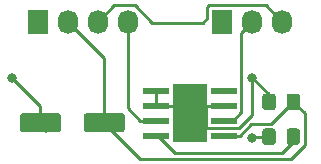
<source format=gbr>
%TF.GenerationSoftware,KiCad,Pcbnew,5.1.6*%
%TF.CreationDate,2020-06-25T18:24:33-05:00*%
%TF.ProjectId,fancontrol,66616e63-6f6e-4747-926f-6c2e6b696361,rev?*%
%TF.SameCoordinates,Original*%
%TF.FileFunction,Copper,L1,Top*%
%TF.FilePolarity,Positive*%
%FSLAX46Y46*%
G04 Gerber Fmt 4.6, Leading zero omitted, Abs format (unit mm)*
G04 Created by KiCad (PCBNEW 5.1.6) date 2020-06-25 18:24:33*
%MOMM*%
%LPD*%
G01*
G04 APERTURE LIST*
%TA.AperFunction,ComponentPad*%
%ADD10C,0.630000*%
%TD*%
%TA.AperFunction,Conductor*%
%ADD11R,2.950000X4.900000*%
%TD*%
%TA.AperFunction,SMDPad,CuDef*%
%ADD12R,2.200000X0.500000*%
%TD*%
%TA.AperFunction,ComponentPad*%
%ADD13O,1.730000X2.030000*%
%TD*%
%TA.AperFunction,ComponentPad*%
%ADD14R,1.730000X2.030000*%
%TD*%
%TA.AperFunction,ViaPad*%
%ADD15C,0.800000*%
%TD*%
%TA.AperFunction,Conductor*%
%ADD16C,0.250000*%
%TD*%
G04 APERTURE END LIST*
D10*
%TO.P,U1,9*%
%TO.N,GND*%
X156650000Y-98290000D03*
X155350000Y-98290000D03*
X156650000Y-95690000D03*
X156650000Y-96990000D03*
X155350000Y-96990000D03*
X155350000Y-95690000D03*
D11*
%TD*%
%TO.N,GND*%
%TO.C,U1*%
X156000000Y-96990000D03*
D12*
%TO.P,U1,8*%
%TO.N,/NC*%
X158875000Y-95085000D03*
%TO.P,U1,7*%
%TO.N,GND*%
X158875000Y-96355000D03*
%TO.P,U1,6*%
%TO.N,Net-(J2-Pad2)*%
X158875000Y-97625000D03*
%TO.P,U1,5*%
%TO.N,Net-(C1-Pad1)*%
X158875000Y-98895000D03*
%TO.P,U1,4*%
%TO.N,Net-(R1-Pad2)*%
X153125000Y-98895000D03*
%TO.P,U1,3*%
%TO.N,Net-(J1-Pad4)*%
X153125000Y-97625000D03*
%TO.P,U1,2*%
%TO.N,GND*%
X153125000Y-96355000D03*
%TO.P,U1,1*%
X153125000Y-95085000D03*
%TD*%
%TO.P,R1,2*%
%TO.N,Net-(R1-Pad2)*%
%TA.AperFunction,SMDPad,CuDef*%
G36*
G01*
X164180000Y-99430001D02*
X164180000Y-98529999D01*
G75*
G02*
X164429999Y-98280000I249999J0D01*
G01*
X165080001Y-98280000D01*
G75*
G02*
X165330000Y-98529999I0J-249999D01*
G01*
X165330000Y-99430001D01*
G75*
G02*
X165080001Y-99680000I-249999J0D01*
G01*
X164429999Y-99680000D01*
G75*
G02*
X164180000Y-99430001I0J249999D01*
G01*
G37*
%TD.AperFunction*%
%TO.P,R1,1*%
%TO.N,GND*%
%TA.AperFunction,SMDPad,CuDef*%
G36*
G01*
X162130000Y-99430001D02*
X162130000Y-98529999D01*
G75*
G02*
X162379999Y-98280000I249999J0D01*
G01*
X163030001Y-98280000D01*
G75*
G02*
X163280000Y-98529999I0J-249999D01*
G01*
X163280000Y-99430001D01*
G75*
G02*
X163030001Y-99680000I-249999J0D01*
G01*
X162379999Y-99680000D01*
G75*
G02*
X162130000Y-99430001I0J249999D01*
G01*
G37*
%TD.AperFunction*%
%TD*%
D13*
%TO.P,J2,3*%
%TO.N,Net-(J1-Pad3)*%
X163830000Y-89240000D03*
%TO.P,J2,2*%
%TO.N,Net-(J2-Pad2)*%
X161290000Y-89240000D03*
D14*
%TO.P,J2,1*%
%TO.N,GND*%
X158750000Y-89240000D03*
%TD*%
D13*
%TO.P,J1,4*%
%TO.N,Net-(J1-Pad4)*%
X150720000Y-89240000D03*
%TO.P,J1,3*%
%TO.N,Net-(J1-Pad3)*%
X148180000Y-89240000D03*
%TO.P,J1,2*%
%TO.N,Net-(C1-Pad1)*%
X145640000Y-89240000D03*
D14*
%TO.P,J1,1*%
%TO.N,GND*%
X143100000Y-89240000D03*
%TD*%
%TO.P,C2,2*%
%TO.N,Net-(C1-Pad1)*%
%TA.AperFunction,SMDPad,CuDef*%
G36*
G01*
X164180000Y-96480001D02*
X164180000Y-95579999D01*
G75*
G02*
X164429999Y-95330000I249999J0D01*
G01*
X165080001Y-95330000D01*
G75*
G02*
X165330000Y-95579999I0J-249999D01*
G01*
X165330000Y-96480001D01*
G75*
G02*
X165080001Y-96730000I-249999J0D01*
G01*
X164429999Y-96730000D01*
G75*
G02*
X164180000Y-96480001I0J249999D01*
G01*
G37*
%TD.AperFunction*%
%TO.P,C2,1*%
%TO.N,GND*%
%TA.AperFunction,SMDPad,CuDef*%
G36*
G01*
X162130000Y-96480001D02*
X162130000Y-95579999D01*
G75*
G02*
X162379999Y-95330000I249999J0D01*
G01*
X163030001Y-95330000D01*
G75*
G02*
X163280000Y-95579999I0J-249999D01*
G01*
X163280000Y-96480001D01*
G75*
G02*
X163030001Y-96730000I-249999J0D01*
G01*
X162379999Y-96730000D01*
G75*
G02*
X162130000Y-96480001I0J249999D01*
G01*
G37*
%TD.AperFunction*%
%TD*%
%TO.P,C1,2*%
%TO.N,GND*%
%TA.AperFunction,SMDPad,CuDef*%
G36*
G01*
X145100000Y-97240000D02*
X145100000Y-98340000D01*
G75*
G02*
X144850000Y-98590000I-250000J0D01*
G01*
X141850000Y-98590000D01*
G75*
G02*
X141600000Y-98340000I0J250000D01*
G01*
X141600000Y-97240000D01*
G75*
G02*
X141850000Y-96990000I250000J0D01*
G01*
X144850000Y-96990000D01*
G75*
G02*
X145100000Y-97240000I0J-250000D01*
G01*
G37*
%TD.AperFunction*%
%TO.P,C1,1*%
%TO.N,Net-(C1-Pad1)*%
%TA.AperFunction,SMDPad,CuDef*%
G36*
G01*
X150500000Y-97240000D02*
X150500000Y-98340000D01*
G75*
G02*
X150250000Y-98590000I-250000J0D01*
G01*
X147250000Y-98590000D01*
G75*
G02*
X147000000Y-98340000I0J250000D01*
G01*
X147000000Y-97240000D01*
G75*
G02*
X147250000Y-96990000I250000J0D01*
G01*
X150250000Y-96990000D01*
G75*
G02*
X150500000Y-97240000I0J-250000D01*
G01*
G37*
%TD.AperFunction*%
%TD*%
D15*
%TO.N,GND*%
X140970000Y-93980000D03*
X161290000Y-93980000D03*
X161290000Y-99060000D03*
%TD*%
D16*
%TO.N,Net-(J1-Pad3)*%
X148180000Y-89240000D02*
X148180000Y-89390000D01*
X149570010Y-87849990D02*
X151349990Y-87849990D01*
X148180000Y-89240000D02*
X149570010Y-87849990D01*
X152806703Y-89306703D02*
X157073297Y-89306703D01*
X151349990Y-87849990D02*
X152806703Y-89306703D01*
X157073297Y-89306703D02*
X157480000Y-88900000D01*
X162439990Y-87849990D02*
X163830000Y-89240000D01*
X157585008Y-87849990D02*
X162439990Y-87849990D01*
X157480000Y-87954998D02*
X157585008Y-87849990D01*
X157480000Y-88900000D02*
X157480000Y-87954998D01*
%TO.N,Net-(J1-Pad4)*%
X150720000Y-96570000D02*
X151775000Y-97625000D01*
X151775000Y-97625000D02*
X153125000Y-97625000D01*
X150720000Y-89390000D02*
X150720000Y-96570000D01*
%TO.N,Net-(J2-Pad2)*%
X159630002Y-97625000D02*
X158875000Y-97625000D01*
X160350001Y-96905001D02*
X159630002Y-97625000D01*
X161290000Y-89240000D02*
X161620001Y-89570001D01*
X160350001Y-90179999D02*
X161290000Y-89240000D01*
X160350001Y-96905001D02*
X160350001Y-90179999D01*
%TO.N,Net-(R1-Pad2)*%
X164755000Y-98980000D02*
X164755000Y-99405000D01*
X164755000Y-99405000D02*
X163830000Y-100330000D01*
X153304998Y-98895000D02*
X153125000Y-98895000D01*
X154739998Y-100330000D02*
X153304998Y-98895000D01*
X163830000Y-100330000D02*
X154739998Y-100330000D01*
%TO.N,GND*%
X143350000Y-97790000D02*
X143510000Y-97790000D01*
X140970000Y-93980000D02*
X143350000Y-96360000D01*
X162705000Y-95395000D02*
X161290000Y-93980000D01*
X162705000Y-96030000D02*
X162705000Y-95395000D01*
X161290000Y-97122880D02*
X161290000Y-93980000D01*
X160142881Y-98269999D02*
X161290000Y-97122880D01*
X157474999Y-98269999D02*
X160142881Y-98269999D01*
X157399999Y-98194999D02*
X157474999Y-98269999D01*
X157399999Y-96480001D02*
X157399999Y-98194999D01*
X157525000Y-96355000D02*
X157399999Y-96480001D01*
X158875000Y-96355000D02*
X157525000Y-96355000D01*
X153125000Y-96355000D02*
X153125000Y-95085000D01*
X155365000Y-96355000D02*
X156000000Y-96990000D01*
X153125000Y-96355000D02*
X155365000Y-96355000D01*
X161370000Y-98980000D02*
X161290000Y-99060000D01*
X162705000Y-98980000D02*
X161370000Y-98980000D01*
X143350000Y-98050000D02*
X143800000Y-98500000D01*
X143350000Y-96360000D02*
X143350000Y-98050000D01*
%TO.N,Net-(C1-Pad1)*%
X160225000Y-98895000D02*
X158875000Y-98895000D01*
X161215010Y-97904990D02*
X160225000Y-98895000D01*
X162880010Y-97904990D02*
X161215010Y-97904990D01*
X164755000Y-96030000D02*
X162880010Y-97904990D01*
X165705010Y-99688890D02*
X164563890Y-100830010D01*
X165705010Y-96980010D02*
X165705010Y-99688890D01*
X164755000Y-96030000D02*
X165705010Y-96980010D01*
X151790010Y-100830010D02*
X148750000Y-97790000D01*
X164563890Y-100830010D02*
X151790010Y-100830010D01*
X148750000Y-92350000D02*
X145640000Y-89240000D01*
X148750000Y-97790000D02*
X148750000Y-92350000D01*
%TD*%
M02*

</source>
